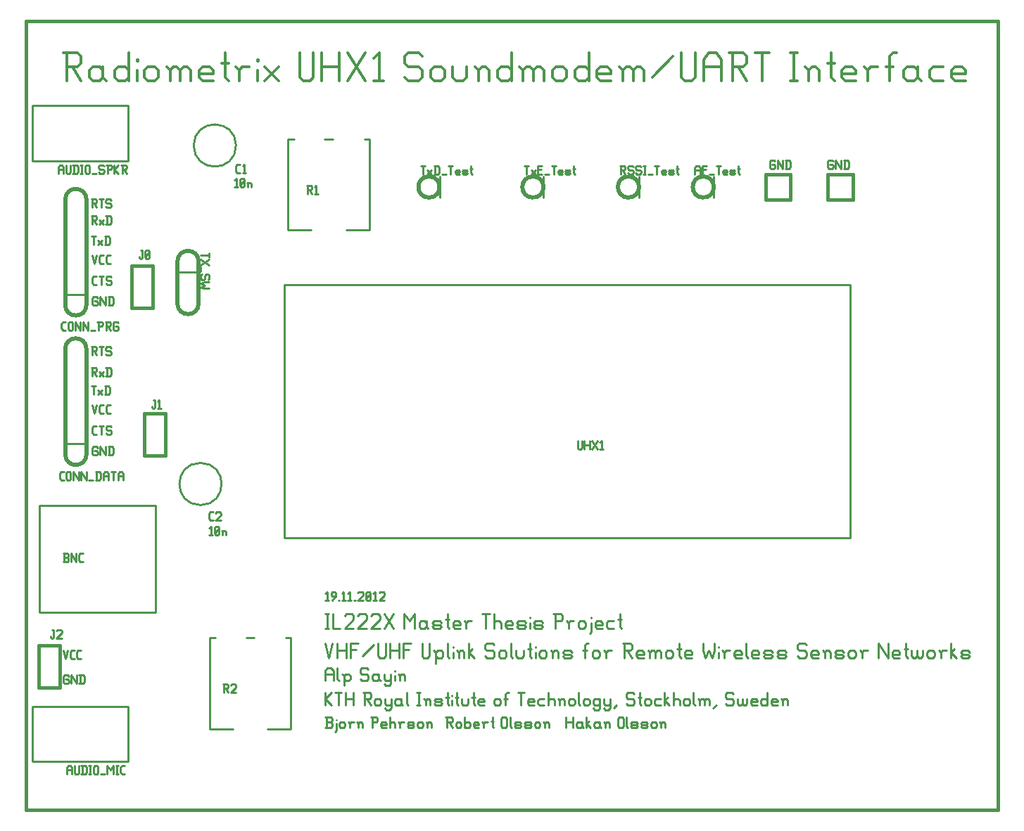
<source format=gbr>
G04 start of page 13 for group -4079 idx -4079 *
G04 Title: uhx1_board, topsilk *
G04 Creator: pcb 20110918 *
G04 CreationDate: Sat 25 May 2013 03:30:16 PM GMT UTC *
G04 For: alpsayin *
G04 Format: Gerber/RS-274X *
G04 PCB-Dimensions: 472441 385827 *
G04 PCB-Coordinate-Origin: lower left *
%MOIN*%
%FSLAX25Y25*%
%LNTOPSILK*%
%ADD172C,0.0200*%
%ADD171C,0.0165*%
%ADD170C,0.0132*%
%ADD169C,0.0100*%
%ADD168C,0.0150*%
G54D168*X397536Y307107D02*Y295299D01*
X385728D01*
Y307107D01*
X397536D02*X385728D01*
X356208D02*Y295299D01*
X368016D01*
Y307107D01*
X356208D01*
X5904Y379923D02*Y6003D01*
X466416D01*
Y379923D01*
X5904D01*
G54D169*X360176Y313979D02*X360676Y313479D01*
X358676Y313979D02*X360176D01*
X358176Y313479D02*X358676Y313979D01*
X358176Y313479D02*Y310479D01*
X358676Y309979D01*
X360176D01*
X360676Y310479D01*
Y311479D02*Y310479D01*
X360176Y311979D02*X360676Y311479D01*
X359176Y311979D02*X360176D01*
X361876Y313979D02*Y309979D01*
Y313979D02*X364376Y309979D01*
Y313979D02*Y309979D01*
X366076Y313979D02*Y309979D01*
X367376Y313979D02*X368076Y313279D01*
Y310679D01*
X367376Y309979D02*X368076Y310679D01*
X365576Y309979D02*X367376D01*
X365576Y313979D02*X367376D01*
X387728D02*X388228Y313479D01*
X386228Y313979D02*X387728D01*
X385728Y313479D02*X386228Y313979D01*
X385728Y313479D02*Y310479D01*
X386228Y309979D01*
X387728D01*
X388228Y310479D01*
Y311479D02*Y310479D01*
X387728Y311979D02*X388228Y311479D01*
X386728Y311979D02*X387728D01*
X389428Y313979D02*Y309979D01*
Y313979D02*X391928Y309979D01*
Y313979D02*Y309979D01*
X393628Y313979D02*Y309979D01*
X394928Y313979D02*X395628Y313279D01*
Y310679D01*
X394928Y309979D02*X395628Y310679D01*
X393128Y309979D02*X394928D01*
X393128Y313979D02*X394928D01*
G54D170*X23616Y364815D02*X30216D01*
X31866Y363165D01*
Y359865D01*
X30216Y358215D02*X31866Y359865D01*
X25266Y358215D02*X30216D01*
X25266Y364815D02*Y351615D01*
X27906Y358215D02*X31866Y351615D01*
X40776Y358215D02*X42426Y356565D01*
X37476Y358215D02*X40776D01*
X35826Y356565D02*X37476Y358215D01*
X35826Y356565D02*Y353265D01*
X37476Y351615D01*
X42426Y358215D02*Y353265D01*
X44076Y351615D01*
X37476D02*X40776D01*
X42426Y353265D01*
X54636Y364815D02*Y351615D01*
X52986D02*X54636Y353265D01*
X49686Y351615D02*X52986D01*
X48036Y353265D02*X49686Y351615D01*
X48036Y356565D02*Y353265D01*
Y356565D02*X49686Y358215D01*
X52986D01*
X54636Y356565D01*
G54D171*X58596Y361515D02*Y361185D01*
G54D170*Y356565D02*Y351615D01*
X61896Y356565D02*Y353265D01*
Y356565D02*X63546Y358215D01*
X66846D01*
X68496Y356565D01*
Y353265D01*
X66846Y351615D02*X68496Y353265D01*
X63546Y351615D02*X66846D01*
X61896Y353265D02*X63546Y351615D01*
X74106Y356565D02*Y351615D01*
Y356565D02*X75756Y358215D01*
X77406D01*
X79056Y356565D01*
Y351615D01*
Y356565D02*X80706Y358215D01*
X82356D01*
X84006Y356565D01*
Y351615D01*
X72456Y358215D02*X74106Y356565D01*
X89616Y351615D02*X94566D01*
X87966Y353265D02*X89616Y351615D01*
X87966Y356565D02*Y353265D01*
Y356565D02*X89616Y358215D01*
X92916D01*
X94566Y356565D01*
X87966Y354915D02*X94566D01*
Y356565D02*Y354915D01*
X100176Y364815D02*Y353265D01*
X101826Y351615D01*
X98526Y359865D02*X101826D01*
X106776Y356565D02*Y351615D01*
Y356565D02*X108426Y358215D01*
X111726D01*
X105126D02*X106776Y356565D01*
G54D171*X115686Y361515D02*Y361185D01*
G54D170*Y356565D02*Y351615D01*
X118986Y358215D02*X125586Y351615D01*
X118986D02*X125586Y358215D01*
X135486Y364815D02*Y353265D01*
X137136Y351615D01*
X140436D01*
X142086Y353265D01*
Y364815D02*Y353265D01*
X146046Y364815D02*Y351615D01*
X154296Y364815D02*Y351615D01*
X146046Y358215D02*X154296D01*
X158256Y351615D02*X166506Y364815D01*
X158256D02*X166506Y351615D01*
X170466Y362175D02*X173106Y364815D01*
Y351615D01*
X170466D02*X175416D01*
X191916Y364815D02*X193566Y363165D01*
X186966Y364815D02*X191916D01*
X185316Y363165D02*X186966Y364815D01*
X185316Y363165D02*Y359865D01*
X186966Y358215D01*
X191916D01*
X193566Y356565D01*
Y353265D01*
X191916Y351615D02*X193566Y353265D01*
X186966Y351615D02*X191916D01*
X185316Y353265D02*X186966Y351615D01*
X197526Y356565D02*Y353265D01*
Y356565D02*X199176Y358215D01*
X202476D01*
X204126Y356565D01*
Y353265D01*
X202476Y351615D02*X204126Y353265D01*
X199176Y351615D02*X202476D01*
X197526Y353265D02*X199176Y351615D01*
X208086Y358215D02*Y353265D01*
X209736Y351615D01*
X213036D01*
X214686Y353265D01*
Y358215D02*Y353265D01*
X220296Y356565D02*Y351615D01*
Y356565D02*X221946Y358215D01*
X223596D01*
X225246Y356565D01*
Y351615D01*
X218646Y358215D02*X220296Y356565D01*
X235806Y364815D02*Y351615D01*
X234156D02*X235806Y353265D01*
X230856Y351615D02*X234156D01*
X229206Y353265D02*X230856Y351615D01*
X229206Y356565D02*Y353265D01*
Y356565D02*X230856Y358215D01*
X234156D01*
X235806Y356565D01*
X241416D02*Y351615D01*
Y356565D02*X243066Y358215D01*
X244716D01*
X246366Y356565D01*
Y351615D01*
Y356565D02*X248016Y358215D01*
X249666D01*
X251316Y356565D01*
Y351615D01*
X239766Y358215D02*X241416Y356565D01*
X255276D02*Y353265D01*
Y356565D02*X256926Y358215D01*
X260226D01*
X261876Y356565D01*
Y353265D01*
X260226Y351615D02*X261876Y353265D01*
X256926Y351615D02*X260226D01*
X255276Y353265D02*X256926Y351615D01*
X272436Y364815D02*Y351615D01*
X270786D02*X272436Y353265D01*
X267486Y351615D02*X270786D01*
X265836Y353265D02*X267486Y351615D01*
X265836Y356565D02*Y353265D01*
Y356565D02*X267486Y358215D01*
X270786D01*
X272436Y356565D01*
X278046Y351615D02*X282996D01*
X276396Y353265D02*X278046Y351615D01*
X276396Y356565D02*Y353265D01*
Y356565D02*X278046Y358215D01*
X281346D01*
X282996Y356565D01*
X276396Y354915D02*X282996D01*
Y356565D02*Y354915D01*
X288606Y356565D02*Y351615D01*
Y356565D02*X290256Y358215D01*
X291906D01*
X293556Y356565D01*
Y351615D01*
Y356565D02*X295206Y358215D01*
X296856D01*
X298506Y356565D01*
Y351615D01*
X286956Y358215D02*X288606Y356565D01*
X302466Y353265D02*X312366Y363165D01*
X316326Y364815D02*Y353265D01*
X317976Y351615D01*
X321276D01*
X322926Y353265D01*
Y364815D02*Y353265D01*
X326886Y361515D02*Y351615D01*
Y361515D02*X329196Y364815D01*
X332826D01*
X335136Y361515D01*
Y351615D01*
X326886Y358215D02*X335136D01*
X339096Y364815D02*X345696D01*
X347346Y363165D01*
Y359865D01*
X345696Y358215D02*X347346Y359865D01*
X340746Y358215D02*X345696D01*
X340746Y364815D02*Y351615D01*
X343386Y358215D02*X347346Y351615D01*
X351306Y364815D02*X357906D01*
X354606D02*Y351615D01*
X367806Y364815D02*X371106D01*
X369456D02*Y351615D01*
X367806D02*X371106D01*
X376716Y356565D02*Y351615D01*
Y356565D02*X378366Y358215D01*
X380016D01*
X381666Y356565D01*
Y351615D01*
X375066Y358215D02*X376716Y356565D01*
X387276Y364815D02*Y353265D01*
X388926Y351615D01*
X385626Y359865D02*X388926D01*
X393876Y351615D02*X398826D01*
X392226Y353265D02*X393876Y351615D01*
X392226Y356565D02*Y353265D01*
Y356565D02*X393876Y358215D01*
X397176D01*
X398826Y356565D01*
X392226Y354915D02*X398826D01*
Y356565D02*Y354915D01*
X404436Y356565D02*Y351615D01*
Y356565D02*X406086Y358215D01*
X409386D01*
X402786D02*X404436Y356565D01*
X414996Y363165D02*Y351615D01*
Y363165D02*X416646Y364815D01*
X418296D01*
X413346Y358215D02*X416646D01*
X426546D02*X428196Y356565D01*
X423246Y358215D02*X426546D01*
X421596Y356565D02*X423246Y358215D01*
X421596Y356565D02*Y353265D01*
X423246Y351615D01*
X428196Y358215D02*Y353265D01*
X429846Y351615D01*
X423246D02*X426546D01*
X428196Y353265D01*
X435456Y358215D02*X440406D01*
X433806Y356565D02*X435456Y358215D01*
X433806Y356565D02*Y353265D01*
X435456Y351615D01*
X440406D01*
X446016D02*X450966D01*
X444366Y353265D02*X446016Y351615D01*
X444366Y356565D02*Y353265D01*
Y356565D02*X446016Y358215D01*
X449316D01*
X450966Y356565D01*
X444366Y354915D02*X450966D01*
Y356565D02*Y354915D01*
G54D169*X39392Y178187D02*X39892Y177687D01*
X37892Y178187D02*X39392D01*
X37392Y177687D02*X37892Y178187D01*
X37392Y177687D02*Y174687D01*
X37892Y174187D01*
X39392D01*
X39892Y174687D01*
Y175687D02*Y174687D01*
X39392Y176187D02*X39892Y175687D01*
X38392Y176187D02*X39392D01*
X41092Y178187D02*Y174187D01*
Y178187D02*X43592Y174187D01*
Y178187D02*Y174187D01*
X45292Y178187D02*Y174187D01*
X46592Y178187D02*X47292Y177487D01*
Y174887D01*
X46592Y174187D02*X47292Y174887D01*
X44792Y174187D02*X46592D01*
X44792Y178187D02*X46592D01*
X38092Y184027D02*X39392D01*
X37392Y184727D02*X38092Y184027D01*
X37392Y187327D02*Y184727D01*
Y187327D02*X38092Y188027D01*
X39392D01*
X40592D02*X42592D01*
X41592D02*Y184027D01*
X45792Y188027D02*X46292Y187527D01*
X44292Y188027D02*X45792D01*
X43792Y187527D02*X44292Y188027D01*
X43792Y187527D02*Y186527D01*
X44292Y186027D01*
X45792D01*
X46292Y185527D01*
Y184527D01*
X45792Y184027D02*X46292Y184527D01*
X44292Y184027D02*X45792D01*
X43792Y184527D02*X44292Y184027D01*
X37392Y197867D02*X38392Y193867D01*
X39392Y197867D01*
X41292Y193867D02*X42592D01*
X40592Y194567D02*X41292Y193867D01*
X40592Y197167D02*Y194567D01*
Y197167D02*X41292Y197867D01*
X42592D01*
X44492Y193867D02*X45792D01*
X43792Y194567D02*X44492Y193867D01*
X43792Y197167D02*Y194567D01*
Y197167D02*X44492Y197867D01*
X45792D01*
X36776Y206707D02*X38776D01*
X37776D02*Y202707D01*
X39976Y204707D02*X41976Y202707D01*
X39976D02*X41976Y204707D01*
X43676Y206707D02*Y202707D01*
X44976Y206707D02*X45676Y206007D01*
Y203407D01*
X44976Y202707D02*X45676Y203407D01*
X43176Y202707D02*X44976D01*
X43176Y206707D02*X44976D01*
X36776Y215547D02*X38776D01*
X39276Y215047D01*
Y214047D01*
X38776Y213547D02*X39276Y214047D01*
X37276Y213547D02*X38776D01*
X37276Y215547D02*Y211547D01*
X38076Y213547D02*X39276Y211547D01*
X40476Y213547D02*X42476Y211547D01*
X40476D02*X42476Y213547D01*
X44176Y215547D02*Y211547D01*
X45476Y215547D02*X46176Y214847D01*
Y212247D01*
X45476Y211547D02*X46176Y212247D01*
X43676Y211547D02*X45476D01*
X43676Y215547D02*X45476D01*
X36808Y225419D02*X38808D01*
X39308Y224919D01*
Y223919D01*
X38808Y223419D02*X39308Y223919D01*
X37308Y223419D02*X38808D01*
X37308Y225419D02*Y221419D01*
X38108Y223419D02*X39308Y221419D01*
X40508Y225419D02*X42508D01*
X41508D02*Y221419D01*
X45708Y225419D02*X46208Y224919D01*
X44208Y225419D02*X45708D01*
X43708Y224919D02*X44208Y225419D01*
X43708Y224919D02*Y223919D01*
X44208Y223419D01*
X45708D01*
X46208Y222919D01*
Y221919D01*
X45708Y221419D02*X46208Y221919D01*
X44208Y221419D02*X45708D01*
X43708Y221919D02*X44208Y221419D01*
X39392Y249187D02*X39892Y248687D01*
X37892Y249187D02*X39392D01*
X37392Y248687D02*X37892Y249187D01*
X37392Y248687D02*Y245687D01*
X37892Y245187D01*
X39392D01*
X39892Y245687D01*
Y246687D02*Y245687D01*
X39392Y247187D02*X39892Y246687D01*
X38392Y247187D02*X39392D01*
X41092Y249187D02*Y245187D01*
Y249187D02*X43592Y245187D01*
Y249187D02*Y245187D01*
X45292Y249187D02*Y245187D01*
X46592Y249187D02*X47292Y248487D01*
Y245887D01*
X46592Y245187D02*X47292Y245887D01*
X44792Y245187D02*X46592D01*
X44792Y249187D02*X46592D01*
X38092Y255027D02*X39392D01*
X37392Y255727D02*X38092Y255027D01*
X37392Y258327D02*Y255727D01*
Y258327D02*X38092Y259027D01*
X39392D01*
X40592D02*X42592D01*
X41592D02*Y255027D01*
X45792Y259027D02*X46292Y258527D01*
X44292Y259027D02*X45792D01*
X43792Y258527D02*X44292Y259027D01*
X43792Y258527D02*Y257527D01*
X44292Y257027D01*
X45792D01*
X46292Y256527D01*
Y255527D01*
X45792Y255027D02*X46292Y255527D01*
X44292Y255027D02*X45792D01*
X43792Y255527D02*X44292Y255027D01*
X37392Y268867D02*X38392Y264867D01*
X39392Y268867D01*
X41292Y264867D02*X42592D01*
X40592Y265567D02*X41292Y264867D01*
X40592Y268167D02*Y265567D01*
Y268167D02*X41292Y268867D01*
X42592D01*
X44492Y264867D02*X45792D01*
X43792Y265567D02*X44492Y264867D01*
X43792Y268167D02*Y265567D01*
Y268167D02*X44492Y268867D01*
X45792D01*
X36776Y277707D02*X38776D01*
X37776D02*Y273707D01*
X39976Y275707D02*X41976Y273707D01*
X39976D02*X41976Y275707D01*
X43676Y277707D02*Y273707D01*
X44976Y277707D02*X45676Y277007D01*
Y274407D01*
X44976Y273707D02*X45676Y274407D01*
X43176Y273707D02*X44976D01*
X43176Y277707D02*X44976D01*
X36776Y287547D02*X38776D01*
X39276Y287047D01*
Y286047D01*
X38776Y285547D02*X39276Y286047D01*
X37276Y285547D02*X38776D01*
X37276Y287547D02*Y283547D01*
X38076Y285547D02*X39276Y283547D01*
X40476Y285547D02*X42476Y283547D01*
X40476D02*X42476Y285547D01*
X44176Y287547D02*Y283547D01*
X45476Y287547D02*X46176Y286847D01*
Y284247D01*
X45476Y283547D02*X46176Y284247D01*
X43676Y283547D02*X45476D01*
X43676Y287547D02*X45476D01*
X36808Y295419D02*X38808D01*
X39308Y294919D01*
Y293919D01*
X38808Y293419D02*X39308Y293919D01*
X37308Y293419D02*X38808D01*
X37308Y295419D02*Y291419D01*
X38108Y293419D02*X39308Y291419D01*
X40508Y295419D02*X42508D01*
X41508D02*Y291419D01*
X45708Y295419D02*X46208Y294919D01*
X44208Y295419D02*X45708D01*
X43708Y294919D02*X44208Y295419D01*
X43708Y294919D02*Y293919D01*
X44208Y293419D01*
X45708D01*
X46208Y292919D01*
Y291919D01*
X45708Y291419D02*X46208Y291919D01*
X44208Y291419D02*X45708D01*
X43708Y291919D02*X44208Y291419D01*
X104661Y304415D02*X105461Y305215D01*
Y301215D01*
X104661D02*X106161D01*
X107361Y301715D02*X107861Y301215D01*
X107361Y304715D02*Y301715D01*
Y304715D02*X107861Y305215D01*
X108861D01*
X109361Y304715D01*
Y301715D01*
X108861Y301215D02*X109361Y301715D01*
X107861Y301215D02*X108861D01*
X107361Y302215D02*X109361Y304215D01*
X111061Y302715D02*Y301215D01*
Y302715D02*X111561Y303215D01*
X112061D01*
X112561Y302715D01*
Y301215D01*
X110561Y303215D02*X111061Y302715D01*
X147600Y108417D02*X148440Y109257D01*
Y105057D01*
X147600D02*X149175D01*
X150960D02*X152535Y107157D01*
Y108732D02*Y107157D01*
X152010Y109257D02*X152535Y108732D01*
X150960Y109257D02*X152010D01*
X150435Y108732D02*X150960Y109257D01*
X150435Y108732D02*Y107682D01*
X150960Y107157D01*
X152535D01*
X153795Y105057D02*X154320D01*
X155580Y108417D02*X156420Y109257D01*
Y105057D01*
X155580D02*X157155D01*
X158415Y108417D02*X159255Y109257D01*
Y105057D01*
X158415D02*X159990D01*
X161250D02*X161775D01*
X163035Y108732D02*X163560Y109257D01*
X165135D01*
X165660Y108732D01*
Y107682D01*
X163035Y105057D02*X165660Y107682D01*
X163035Y105057D02*X165660D01*
X166920Y105582D02*X167445Y105057D01*
X166920Y108732D02*Y105582D01*
Y108732D02*X167445Y109257D01*
X168495D01*
X169020Y108732D01*
Y105582D01*
X168495Y105057D02*X169020Y105582D01*
X167445Y105057D02*X168495D01*
X166920Y106107D02*X169020Y108207D01*
X170280Y108417D02*X171120Y109257D01*
Y105057D01*
X170280D02*X171855D01*
X173115Y108732D02*X173640Y109257D01*
X175215D01*
X175740Y108732D01*
Y107682D01*
X173115Y105057D02*X175740Y107682D01*
X173115Y105057D02*X175740D01*
X147600Y44767D02*X150200D01*
X150850Y45417D01*
Y46977D02*Y45417D01*
X150200Y47627D02*X150850Y46977D01*
X148250Y47627D02*X150200D01*
X148250Y49967D02*Y44767D01*
X147600Y49967D02*X150200D01*
X150850Y49317D01*
Y48277D01*
X150200Y47627D02*X150850Y48277D01*
X153060Y48667D02*Y48537D01*
Y46717D02*Y43467D01*
X152410Y42817D02*X153060Y43467D01*
X154360Y46717D02*Y45417D01*
Y46717D02*X155010Y47367D01*
X156310D01*
X156960Y46717D01*
Y45417D01*
X156310Y44767D02*X156960Y45417D01*
X155010Y44767D02*X156310D01*
X154360Y45417D02*X155010Y44767D01*
X159170Y46717D02*Y44767D01*
Y46717D02*X159820Y47367D01*
X161120D01*
X158520D02*X159170Y46717D01*
X163330D02*Y44767D01*
Y46717D02*X163980Y47367D01*
X164630D01*
X165280Y46717D01*
Y44767D01*
X162680Y47367D02*X163330Y46717D01*
X169830Y49967D02*Y44767D01*
X169180Y49967D02*X171780D01*
X172430Y49317D01*
Y48017D01*
X171780Y47367D02*X172430Y48017D01*
X169830Y47367D02*X171780D01*
X174640Y44767D02*X176590D01*
X173990Y45417D02*X174640Y44767D01*
X173990Y46717D02*Y45417D01*
Y46717D02*X174640Y47367D01*
X175940D01*
X176590Y46717D01*
X173990Y46067D02*X176590D01*
Y46717D02*Y46067D01*
X178150Y49967D02*Y44767D01*
Y46717D02*X178800Y47367D01*
X180100D01*
X180750Y46717D01*
Y44767D01*
X182960Y46717D02*Y44767D01*
Y46717D02*X183610Y47367D01*
X184910D01*
X182310D02*X182960Y46717D01*
X187120Y44767D02*X189070D01*
X189720Y45417D01*
X189070Y46067D02*X189720Y45417D01*
X187120Y46067D02*X189070D01*
X186470Y46717D02*X187120Y46067D01*
X186470Y46717D02*X187120Y47367D01*
X189070D01*
X189720Y46717D01*
X186470Y45417D02*X187120Y44767D01*
X191280Y46717D02*Y45417D01*
Y46717D02*X191930Y47367D01*
X193230D01*
X193880Y46717D01*
Y45417D01*
X193230Y44767D02*X193880Y45417D01*
X191930Y44767D02*X193230D01*
X191280Y45417D02*X191930Y44767D01*
X196090Y46717D02*Y44767D01*
Y46717D02*X196740Y47367D01*
X197390D01*
X198040Y46717D01*
Y44767D01*
X195440Y47367D02*X196090Y46717D01*
X204672Y49967D02*X207272D01*
X207922Y49317D01*
Y48017D01*
X207272Y47367D02*X207922Y48017D01*
X205322Y47367D02*X207272D01*
X205322Y49967D02*Y44767D01*
X206362Y47367D02*X207922Y44767D01*
X209482Y46717D02*Y45417D01*
Y46717D02*X210132Y47367D01*
X211432D01*
X212082Y46717D01*
Y45417D01*
X211432Y44767D02*X212082Y45417D01*
X210132Y44767D02*X211432D01*
X209482Y45417D02*X210132Y44767D01*
X213642Y49967D02*Y44767D01*
Y45417D02*X214292Y44767D01*
X215592D01*
X216242Y45417D01*
Y46717D02*Y45417D01*
X215592Y47367D02*X216242Y46717D01*
X214292Y47367D02*X215592D01*
X213642Y46717D02*X214292Y47367D01*
X218452Y44767D02*X220402D01*
X217802Y45417D02*X218452Y44767D01*
X217802Y46717D02*Y45417D01*
Y46717D02*X218452Y47367D01*
X219752D01*
X220402Y46717D01*
X217802Y46067D02*X220402D01*
Y46717D02*Y46067D01*
X222612Y46717D02*Y44767D01*
Y46717D02*X223262Y47367D01*
X224562D01*
X221962D02*X222612Y46717D01*
X226772Y49967D02*Y45417D01*
X227422Y44767D01*
X226122Y48017D02*X227422D01*
X231062Y49317D02*Y45417D01*
Y49317D02*X231712Y49967D01*
X233012D01*
X233662Y49317D01*
Y45417D01*
X233012Y44767D02*X233662Y45417D01*
X231712Y44767D02*X233012D01*
X231062Y45417D02*X231712Y44767D01*
X235222Y49967D02*Y45417D01*
X235872Y44767D01*
X237822D02*X239772D01*
X240422Y45417D01*
X239772Y46067D02*X240422Y45417D01*
X237822Y46067D02*X239772D01*
X237172Y46717D02*X237822Y46067D01*
X237172Y46717D02*X237822Y47367D01*
X239772D01*
X240422Y46717D01*
X237172Y45417D02*X237822Y44767D01*
X242632D02*X244582D01*
X245232Y45417D01*
X244582Y46067D02*X245232Y45417D01*
X242632Y46067D02*X244582D01*
X241982Y46717D02*X242632Y46067D01*
X241982Y46717D02*X242632Y47367D01*
X244582D01*
X245232Y46717D01*
X241982Y45417D02*X242632Y44767D01*
X246792Y46717D02*Y45417D01*
Y46717D02*X247442Y47367D01*
X248742D01*
X249392Y46717D01*
Y45417D01*
X248742Y44767D02*X249392Y45417D01*
X247442Y44767D02*X248742D01*
X246792Y45417D02*X247442Y44767D01*
X251602Y46717D02*Y44767D01*
Y46717D02*X252252Y47367D01*
X252902D01*
X253552Y46717D01*
Y44767D01*
X250952Y47367D02*X251602Y46717D01*
X147600Y98767D02*X149300D01*
X148450D02*Y91967D01*
X147600D02*X149300D01*
X151340Y98767D02*Y91967D01*
X154740D01*
X156780Y97917D02*X157630Y98767D01*
X160180D01*
X161030Y97917D01*
Y96217D01*
X156780Y91967D02*X161030Y96217D01*
X156780Y91967D02*X161030D01*
X163070Y97917D02*X163920Y98767D01*
X166470D01*
X167320Y97917D01*
Y96217D01*
X163070Y91967D02*X167320Y96217D01*
X163070Y91967D02*X167320D01*
X169360Y97917D02*X170210Y98767D01*
X172760D01*
X173610Y97917D01*
Y96217D01*
X169360Y91967D02*X173610Y96217D01*
X169360Y91967D02*X173610D01*
X175650D02*X179900Y98767D01*
X175650D02*X179900Y91967D01*
X185000Y98767D02*Y91967D01*
Y98767D02*X187550Y95367D01*
X190100Y98767D01*
Y91967D01*
X194690Y95367D02*X195540Y94517D01*
X192990Y95367D02*X194690D01*
X192140Y94517D02*X192990Y95367D01*
X192140Y94517D02*Y92817D01*
X192990Y91967D01*
X195540Y95367D02*Y92817D01*
X196390Y91967D01*
X192990D02*X194690D01*
X195540Y92817D01*
X199280Y91967D02*X201830D01*
X202680Y92817D01*
X201830Y93667D02*X202680Y92817D01*
X199280Y93667D02*X201830D01*
X198430Y94517D02*X199280Y93667D01*
X198430Y94517D02*X199280Y95367D01*
X201830D01*
X202680Y94517D01*
X198430Y92817D02*X199280Y91967D01*
X205570Y98767D02*Y92817D01*
X206420Y91967D01*
X204720Y96217D02*X206420D01*
X208970Y91967D02*X211520D01*
X208120Y92817D02*X208970Y91967D01*
X208120Y94517D02*Y92817D01*
Y94517D02*X208970Y95367D01*
X210670D01*
X211520Y94517D01*
X208120Y93667D02*X211520D01*
Y94517D02*Y93667D01*
X214410Y94517D02*Y91967D01*
Y94517D02*X215260Y95367D01*
X216960D01*
X213560D02*X214410Y94517D01*
X222060Y98767D02*X225460D01*
X223760D02*Y91967D01*
X227500Y98767D02*Y91967D01*
Y94517D02*X228350Y95367D01*
X230050D01*
X230900Y94517D01*
Y91967D01*
X233790D02*X236340D01*
X232940Y92817D02*X233790Y91967D01*
X232940Y94517D02*Y92817D01*
Y94517D02*X233790Y95367D01*
X235490D01*
X236340Y94517D01*
X232940Y93667D02*X236340D01*
Y94517D02*Y93667D01*
X239230Y91967D02*X241780D01*
X242630Y92817D01*
X241780Y93667D02*X242630Y92817D01*
X239230Y93667D02*X241780D01*
X238380Y94517D02*X239230Y93667D01*
X238380Y94517D02*X239230Y95367D01*
X241780D01*
X242630Y94517D01*
X238380Y92817D02*X239230Y91967D01*
X244670Y97067D02*Y96897D01*
Y94517D02*Y91967D01*
X247220D02*X249770D01*
X250620Y92817D01*
X249770Y93667D02*X250620Y92817D01*
X247220Y93667D02*X249770D01*
X246370Y94517D02*X247220Y93667D01*
X246370Y94517D02*X247220Y95367D01*
X249770D01*
X250620Y94517D01*
X246370Y92817D02*X247220Y91967D01*
X256570Y98767D02*Y91967D01*
X255720Y98767D02*X259120D01*
X259970Y97917D01*
Y96217D01*
X259120Y95367D02*X259970Y96217D01*
X256570Y95367D02*X259120D01*
X262860Y94517D02*Y91967D01*
Y94517D02*X263710Y95367D01*
X265410D01*
X262010D02*X262860Y94517D01*
X267450D02*Y92817D01*
Y94517D02*X268300Y95367D01*
X270000D01*
X270850Y94517D01*
Y92817D01*
X270000Y91967D02*X270850Y92817D01*
X268300Y91967D02*X270000D01*
X267450Y92817D02*X268300Y91967D01*
X273740Y97067D02*Y96897D01*
Y94517D02*Y90267D01*
X272890Y89417D02*X273740Y90267D01*
X276290Y91967D02*X278840D01*
X275440Y92817D02*X276290Y91967D01*
X275440Y94517D02*Y92817D01*
Y94517D02*X276290Y95367D01*
X277990D01*
X278840Y94517D01*
X275440Y93667D02*X278840D01*
Y94517D02*Y93667D01*
X281730Y95367D02*X284280D01*
X280880Y94517D02*X281730Y95367D01*
X280880Y94517D02*Y92817D01*
X281730Y91967D01*
X284280D01*
X287170Y98767D02*Y92817D01*
X288020Y91967D01*
X286320Y96217D02*X288020D01*
X147600Y71783D02*Y67133D01*
Y71783D02*X148685Y73333D01*
X150390D01*
X151475Y71783D01*
Y67133D01*
X147600Y70233D02*X151475D01*
X153335Y73333D02*Y67908D01*
X154110Y67133D01*
X156435Y69458D02*Y64808D01*
X155660Y70233D02*X156435Y69458D01*
X157210Y70233D01*
X158760D01*
X159535Y69458D01*
Y67908D01*
X158760Y67133D02*X159535Y67908D01*
X157210Y67133D02*X158760D01*
X156435Y67908D02*X157210Y67133D01*
X167285Y73333D02*X168060Y72558D01*
X164960Y73333D02*X167285D01*
X164185Y72558D02*X164960Y73333D01*
X164185Y72558D02*Y71008D01*
X164960Y70233D01*
X167285D01*
X168060Y69458D01*
Y67908D01*
X167285Y67133D02*X168060Y67908D01*
X164960Y67133D02*X167285D01*
X164185Y67908D02*X164960Y67133D01*
X172245Y70233D02*X173020Y69458D01*
X170695Y70233D02*X172245D01*
X169920Y69458D02*X170695Y70233D01*
X169920Y69458D02*Y67908D01*
X170695Y67133D01*
X173020Y70233D02*Y67908D01*
X173795Y67133D01*
X170695D02*X172245D01*
X173020Y67908D01*
X175655Y70233D02*Y67908D01*
X176430Y67133D01*
X178755Y70233D02*Y65583D01*
X177980Y64808D02*X178755Y65583D01*
X176430Y64808D02*X177980D01*
X175655Y65583D02*X176430Y64808D01*
Y67133D02*X177980D01*
X178755Y67908D01*
X180615Y71783D02*Y71628D01*
Y69458D02*Y67133D01*
X182940Y69458D02*Y67133D01*
Y69458D02*X183715Y70233D01*
X184490D01*
X185265Y69458D01*
Y67133D01*
X182165Y70233D02*X182940Y69458D01*
X261744Y49967D02*Y44767D01*
X264994Y49967D02*Y44767D01*
X261744Y47367D02*X264994D01*
X268504D02*X269154Y46717D01*
X267204Y47367D02*X268504D01*
X266554Y46717D02*X267204Y47367D01*
X266554Y46717D02*Y45417D01*
X267204Y44767D01*
X269154Y47367D02*Y45417D01*
X269804Y44767D01*
X267204D02*X268504D01*
X269154Y45417D01*
X271364Y49967D02*Y44767D01*
Y46717D02*X273314Y44767D01*
X271364Y46717D02*X272664Y48017D01*
X276824Y47367D02*X277474Y46717D01*
X275524Y47367D02*X276824D01*
X274874Y46717D02*X275524Y47367D01*
X274874Y46717D02*Y45417D01*
X275524Y44767D01*
X277474Y47367D02*Y45417D01*
X278124Y44767D01*
X275524D02*X276824D01*
X277474Y45417D01*
X280334Y46717D02*Y44767D01*
Y46717D02*X280984Y47367D01*
X281634D01*
X282284Y46717D01*
Y44767D01*
X279684Y47367D02*X280334Y46717D01*
X286184Y49317D02*Y45417D01*
Y49317D02*X286834Y49967D01*
X288134D01*
X288784Y49317D01*
Y45417D01*
X288134Y44767D02*X288784Y45417D01*
X286834Y44767D02*X288134D01*
X286184Y45417D02*X286834Y44767D01*
X290344Y49967D02*Y45417D01*
X290994Y44767D01*
X292944D02*X294894D01*
X295544Y45417D01*
X294894Y46067D02*X295544Y45417D01*
X292944Y46067D02*X294894D01*
X292294Y46717D02*X292944Y46067D01*
X292294Y46717D02*X292944Y47367D01*
X294894D01*
X295544Y46717D01*
X292294Y45417D02*X292944Y44767D01*
X297754D02*X299704D01*
X300354Y45417D01*
X299704Y46067D02*X300354Y45417D01*
X297754Y46067D02*X299704D01*
X297104Y46717D02*X297754Y46067D01*
X297104Y46717D02*X297754Y47367D01*
X299704D01*
X300354Y46717D01*
X297104Y45417D02*X297754Y44767D01*
X301914Y46717D02*Y45417D01*
Y46717D02*X302564Y47367D01*
X303864D01*
X304514Y46717D01*
Y45417D01*
X303864Y44767D02*X304514Y45417D01*
X302564Y44767D02*X303864D01*
X301914Y45417D02*X302564Y44767D01*
X306724Y46717D02*Y44767D01*
Y46717D02*X307374Y47367D01*
X308024D01*
X308674Y46717D01*
Y44767D01*
X306074Y47367D02*X306724Y46717D01*
X147600Y84941D02*X149350Y77941D01*
X151100Y84941D01*
X153200D02*Y77941D01*
X157575Y84941D02*Y77941D01*
X153200Y81441D02*X157575D01*
X159675Y84941D02*Y77941D01*
Y84941D02*X163175D01*
X159675Y81791D02*X162300D01*
X165275Y78816D02*X170525Y84066D01*
X172625Y84941D02*Y78816D01*
X173500Y77941D01*
X175250D01*
X176125Y78816D01*
Y84941D02*Y78816D01*
X178225Y84941D02*Y77941D01*
X182600Y84941D02*Y77941D01*
X178225Y81441D02*X182600D01*
X184700Y84941D02*Y77941D01*
Y84941D02*X188200D01*
X184700Y81791D02*X187325D01*
X193450Y84941D02*Y78816D01*
X194325Y77941D01*
X196075D01*
X196950Y78816D01*
Y84941D02*Y78816D01*
X199925Y80566D02*Y75316D01*
X199050Y81441D02*X199925Y80566D01*
X200800Y81441D01*
X202550D01*
X203425Y80566D01*
Y78816D01*
X202550Y77941D02*X203425Y78816D01*
X200800Y77941D02*X202550D01*
X199925Y78816D02*X200800Y77941D01*
X205525Y84941D02*Y78816D01*
X206400Y77941D01*
X208150Y83191D02*Y83016D01*
Y80566D02*Y77941D01*
X210775Y80566D02*Y77941D01*
Y80566D02*X211650Y81441D01*
X212525D01*
X213400Y80566D01*
Y77941D01*
X209900Y81441D02*X210775Y80566D01*
X215500Y84941D02*Y77941D01*
Y80566D02*X218125Y77941D01*
X215500Y80566D02*X217250Y82316D01*
X226875Y84941D02*X227750Y84066D01*
X224250Y84941D02*X226875D01*
X223375Y84066D02*X224250Y84941D01*
X223375Y84066D02*Y82316D01*
X224250Y81441D01*
X226875D01*
X227750Y80566D01*
Y78816D01*
X226875Y77941D02*X227750Y78816D01*
X224250Y77941D02*X226875D01*
X223375Y78816D02*X224250Y77941D01*
X229850Y80566D02*Y78816D01*
Y80566D02*X230725Y81441D01*
X232475D01*
X233350Y80566D01*
Y78816D01*
X232475Y77941D02*X233350Y78816D01*
X230725Y77941D02*X232475D01*
X229850Y78816D02*X230725Y77941D01*
X235450Y84941D02*Y78816D01*
X236325Y77941D01*
X238075Y81441D02*Y78816D01*
X238950Y77941D01*
X240700D01*
X241575Y78816D01*
Y81441D02*Y78816D01*
X244550Y84941D02*Y78816D01*
X245425Y77941D01*
X243675Y82316D02*X245425D01*
X247175Y83191D02*Y83016D01*
Y80566D02*Y77941D01*
X248925Y80566D02*Y78816D01*
Y80566D02*X249800Y81441D01*
X251550D01*
X252425Y80566D01*
Y78816D01*
X251550Y77941D02*X252425Y78816D01*
X249800Y77941D02*X251550D01*
X248925Y78816D02*X249800Y77941D01*
X255400Y80566D02*Y77941D01*
Y80566D02*X256275Y81441D01*
X257150D01*
X258025Y80566D01*
Y77941D01*
X254525Y81441D02*X255400Y80566D01*
X261000Y77941D02*X263625D01*
X264500Y78816D01*
X263625Y79691D02*X264500Y78816D01*
X261000Y79691D02*X263625D01*
X260125Y80566D02*X261000Y79691D01*
X260125Y80566D02*X261000Y81441D01*
X263625D01*
X264500Y80566D01*
X260125Y78816D02*X261000Y77941D01*
X270625Y84066D02*Y77941D01*
Y84066D02*X271500Y84941D01*
X272375D01*
X269750Y81441D02*X271500D01*
X274125Y80566D02*Y78816D01*
Y80566D02*X275000Y81441D01*
X276750D01*
X277625Y80566D01*
Y78816D01*
X276750Y77941D02*X277625Y78816D01*
X275000Y77941D02*X276750D01*
X274125Y78816D02*X275000Y77941D01*
X280600Y80566D02*Y77941D01*
Y80566D02*X281475Y81441D01*
X283225D01*
X279725D02*X280600Y80566D01*
X288475Y84941D02*X291975D01*
X292850Y84066D01*
Y82316D01*
X291975Y81441D02*X292850Y82316D01*
X289350Y81441D02*X291975D01*
X289350Y84941D02*Y77941D01*
X290750Y81441D02*X292850Y77941D01*
X295825D02*X298450D01*
X294950Y78816D02*X295825Y77941D01*
X294950Y80566D02*Y78816D01*
Y80566D02*X295825Y81441D01*
X297575D01*
X298450Y80566D01*
X294950Y79691D02*X298450D01*
Y80566D02*Y79691D01*
X301425Y80566D02*Y77941D01*
Y80566D02*X302300Y81441D01*
X303175D01*
X304050Y80566D01*
Y77941D01*
Y80566D02*X304925Y81441D01*
X305800D01*
X306675Y80566D01*
Y77941D01*
X300550Y81441D02*X301425Y80566D01*
X308775D02*Y78816D01*
Y80566D02*X309650Y81441D01*
X311400D01*
X312275Y80566D01*
Y78816D01*
X311400Y77941D02*X312275Y78816D01*
X309650Y77941D02*X311400D01*
X308775Y78816D02*X309650Y77941D01*
X315250Y84941D02*Y78816D01*
X316125Y77941D01*
X314375Y82316D02*X316125D01*
X318750Y77941D02*X321375D01*
X317875Y78816D02*X318750Y77941D01*
X317875Y80566D02*Y78816D01*
Y80566D02*X318750Y81441D01*
X320500D01*
X321375Y80566D01*
X317875Y79691D02*X321375D01*
Y80566D02*Y79691D01*
X326625Y84941D02*Y81441D01*
X327500Y77941D01*
X329250Y81441D01*
X331000Y77941D01*
X331875Y81441D01*
Y84941D02*Y81441D01*
X333975Y83191D02*Y83016D01*
Y80566D02*Y77941D01*
X336600Y80566D02*Y77941D01*
Y80566D02*X337475Y81441D01*
X339225D01*
X335725D02*X336600Y80566D01*
X342200Y77941D02*X344825D01*
X341325Y78816D02*X342200Y77941D01*
X341325Y80566D02*Y78816D01*
Y80566D02*X342200Y81441D01*
X343950D01*
X344825Y80566D01*
X341325Y79691D02*X344825D01*
Y80566D02*Y79691D01*
X346925Y84941D02*Y78816D01*
X347800Y77941D01*
X350425D02*X353050D01*
X349550Y78816D02*X350425Y77941D01*
X349550Y80566D02*Y78816D01*
Y80566D02*X350425Y81441D01*
X352175D01*
X353050Y80566D01*
X349550Y79691D02*X353050D01*
Y80566D02*Y79691D01*
X356025Y77941D02*X358650D01*
X359525Y78816D01*
X358650Y79691D02*X359525Y78816D01*
X356025Y79691D02*X358650D01*
X355150Y80566D02*X356025Y79691D01*
X355150Y80566D02*X356025Y81441D01*
X358650D01*
X359525Y80566D01*
X355150Y78816D02*X356025Y77941D01*
X362500D02*X365125D01*
X366000Y78816D01*
X365125Y79691D02*X366000Y78816D01*
X362500Y79691D02*X365125D01*
X361625Y80566D02*X362500Y79691D01*
X361625Y80566D02*X362500Y81441D01*
X365125D01*
X366000Y80566D01*
X361625Y78816D02*X362500Y77941D01*
X374750Y84941D02*X375625Y84066D01*
X372125Y84941D02*X374750D01*
X371250Y84066D02*X372125Y84941D01*
X371250Y84066D02*Y82316D01*
X372125Y81441D01*
X374750D01*
X375625Y80566D01*
Y78816D01*
X374750Y77941D02*X375625Y78816D01*
X372125Y77941D02*X374750D01*
X371250Y78816D02*X372125Y77941D01*
X378600D02*X381225D01*
X377725Y78816D02*X378600Y77941D01*
X377725Y80566D02*Y78816D01*
Y80566D02*X378600Y81441D01*
X380350D01*
X381225Y80566D01*
X377725Y79691D02*X381225D01*
Y80566D02*Y79691D01*
X384200Y80566D02*Y77941D01*
Y80566D02*X385075Y81441D01*
X385950D01*
X386825Y80566D01*
Y77941D01*
X383325Y81441D02*X384200Y80566D01*
X389800Y77941D02*X392425D01*
X393300Y78816D01*
X392425Y79691D02*X393300Y78816D01*
X389800Y79691D02*X392425D01*
X388925Y80566D02*X389800Y79691D01*
X388925Y80566D02*X389800Y81441D01*
X392425D01*
X393300Y80566D01*
X388925Y78816D02*X389800Y77941D01*
X395400Y80566D02*Y78816D01*
Y80566D02*X396275Y81441D01*
X398025D01*
X398900Y80566D01*
Y78816D01*
X398025Y77941D02*X398900Y78816D01*
X396275Y77941D02*X398025D01*
X395400Y78816D02*X396275Y77941D01*
X401875Y80566D02*Y77941D01*
Y80566D02*X402750Y81441D01*
X404500D01*
X401000D02*X401875Y80566D01*
X409750Y84941D02*Y77941D01*
Y84941D02*X414125Y77941D01*
Y84941D02*Y77941D01*
X417100D02*X419725D01*
X416225Y78816D02*X417100Y77941D01*
X416225Y80566D02*Y78816D01*
Y80566D02*X417100Y81441D01*
X418850D01*
X419725Y80566D01*
X416225Y79691D02*X419725D01*
Y80566D02*Y79691D01*
X422700Y84941D02*Y78816D01*
X423575Y77941D01*
X421825Y82316D02*X423575D01*
X425325Y81441D02*Y78816D01*
X426200Y77941D01*
X427075D01*
X427950Y78816D01*
Y81441D02*Y78816D01*
X428825Y77941D01*
X429700D01*
X430575Y78816D01*
Y81441D02*Y78816D01*
X432675Y80566D02*Y78816D01*
Y80566D02*X433550Y81441D01*
X435300D01*
X436175Y80566D01*
Y78816D01*
X435300Y77941D02*X436175Y78816D01*
X433550Y77941D02*X435300D01*
X432675Y78816D02*X433550Y77941D01*
X439150Y80566D02*Y77941D01*
Y80566D02*X440025Y81441D01*
X441775D01*
X438275D02*X439150Y80566D01*
X443875Y84941D02*Y77941D01*
Y80566D02*X446500Y77941D01*
X443875Y80566D02*X445625Y82316D01*
X449475Y77941D02*X452100D01*
X452975Y78816D01*
X452100Y79691D02*X452975Y78816D01*
X449475Y79691D02*X452100D01*
X448600Y80566D02*X449475Y79691D01*
X448600Y80566D02*X449475Y81441D01*
X452100D01*
X452975Y80566D01*
X448600Y78816D02*X449475Y77941D01*
X147600Y61575D02*Y55575D01*
Y58575D02*X150600Y61575D01*
X147600Y58575D02*X150600Y55575D01*
X152400Y61575D02*X155400D01*
X153900D02*Y55575D01*
X157200Y61575D02*Y55575D01*
X160950Y61575D02*Y55575D01*
X157200Y58575D02*X160950D01*
X165450Y61575D02*X168450D01*
X169200Y60825D01*
Y59325D01*
X168450Y58575D02*X169200Y59325D01*
X166200Y58575D02*X168450D01*
X166200Y61575D02*Y55575D01*
X167400Y58575D02*X169200Y55575D01*
X171000Y57825D02*Y56325D01*
Y57825D02*X171750Y58575D01*
X173250D01*
X174000Y57825D01*
Y56325D01*
X173250Y55575D02*X174000Y56325D01*
X171750Y55575D02*X173250D01*
X171000Y56325D02*X171750Y55575D01*
X175800Y58575D02*Y56325D01*
X176550Y55575D01*
X178800Y58575D02*Y54075D01*
X178050Y53325D02*X178800Y54075D01*
X176550Y53325D02*X178050D01*
X175800Y54075D02*X176550Y53325D01*
Y55575D02*X178050D01*
X178800Y56325D01*
X182850Y58575D02*X183600Y57825D01*
X181350Y58575D02*X182850D01*
X180600Y57825D02*X181350Y58575D01*
X180600Y57825D02*Y56325D01*
X181350Y55575D01*
X183600Y58575D02*Y56325D01*
X184350Y55575D01*
X181350D02*X182850D01*
X183600Y56325D01*
X186150Y61575D02*Y56325D01*
X186900Y55575D01*
X191100Y61575D02*X192600D01*
X191850D02*Y55575D01*
X191100D02*X192600D01*
X195150Y57825D02*Y55575D01*
Y57825D02*X195900Y58575D01*
X196650D01*
X197400Y57825D01*
Y55575D01*
X194400Y58575D02*X195150Y57825D01*
X199950Y55575D02*X202200D01*
X202950Y56325D01*
X202200Y57075D02*X202950Y56325D01*
X199950Y57075D02*X202200D01*
X199200Y57825D02*X199950Y57075D01*
X199200Y57825D02*X199950Y58575D01*
X202200D01*
X202950Y57825D01*
X199200Y56325D02*X199950Y55575D01*
X205500Y61575D02*Y56325D01*
X206250Y55575D01*
X204750Y59325D02*X206250D01*
X207750Y60075D02*Y59925D01*
Y57825D02*Y55575D01*
X210000Y61575D02*Y56325D01*
X210750Y55575D01*
X209250Y59325D02*X210750D01*
X212250Y58575D02*Y56325D01*
X213000Y55575D01*
X214500D01*
X215250Y56325D01*
Y58575D02*Y56325D01*
X217800Y61575D02*Y56325D01*
X218550Y55575D01*
X217050Y59325D02*X218550D01*
X220800Y55575D02*X223050D01*
X220050Y56325D02*X220800Y55575D01*
X220050Y57825D02*Y56325D01*
Y57825D02*X220800Y58575D01*
X222300D01*
X223050Y57825D01*
X220050Y57075D02*X223050D01*
Y57825D02*Y57075D01*
X227550Y57825D02*Y56325D01*
Y57825D02*X228300Y58575D01*
X229800D01*
X230550Y57825D01*
Y56325D01*
X229800Y55575D02*X230550Y56325D01*
X228300Y55575D02*X229800D01*
X227550Y56325D02*X228300Y55575D01*
X233100Y60825D02*Y55575D01*
Y60825D02*X233850Y61575D01*
X234600D01*
X232350Y58575D02*X233850D01*
X238800Y61575D02*X241800D01*
X240300D02*Y55575D01*
X244350D02*X246600D01*
X243600Y56325D02*X244350Y55575D01*
X243600Y57825D02*Y56325D01*
Y57825D02*X244350Y58575D01*
X245850D01*
X246600Y57825D01*
X243600Y57075D02*X246600D01*
Y57825D02*Y57075D01*
X249150Y58575D02*X251400D01*
X248400Y57825D02*X249150Y58575D01*
X248400Y57825D02*Y56325D01*
X249150Y55575D01*
X251400D01*
X253200Y61575D02*Y55575D01*
Y57825D02*X253950Y58575D01*
X255450D01*
X256200Y57825D01*
Y55575D01*
X258750Y57825D02*Y55575D01*
Y57825D02*X259500Y58575D01*
X260250D01*
X261000Y57825D01*
Y55575D01*
X258000Y58575D02*X258750Y57825D01*
X262800D02*Y56325D01*
Y57825D02*X263550Y58575D01*
X265050D01*
X265800Y57825D01*
Y56325D01*
X265050Y55575D02*X265800Y56325D01*
X263550Y55575D02*X265050D01*
X262800Y56325D02*X263550Y55575D01*
X267600Y61575D02*Y56325D01*
X268350Y55575D01*
X269850Y57825D02*Y56325D01*
Y57825D02*X270600Y58575D01*
X272100D01*
X272850Y57825D01*
Y56325D01*
X272100Y55575D02*X272850Y56325D01*
X270600Y55575D02*X272100D01*
X269850Y56325D02*X270600Y55575D01*
X276900Y58575D02*X277650Y57825D01*
X275400Y58575D02*X276900D01*
X274650Y57825D02*X275400Y58575D01*
X274650Y57825D02*Y56325D01*
X275400Y55575D01*
X276900D01*
X277650Y56325D01*
X274650Y54075D02*X275400Y53325D01*
X276900D01*
X277650Y54075D01*
Y58575D02*Y54075D01*
X279450Y58575D02*Y56325D01*
X280200Y55575D01*
X282450Y58575D02*Y54075D01*
X281700Y53325D02*X282450Y54075D01*
X280200Y53325D02*X281700D01*
X279450Y54075D02*X280200Y53325D01*
Y55575D02*X281700D01*
X282450Y56325D01*
X284250Y54075D02*X285750Y55575D01*
X293250Y61575D02*X294000Y60825D01*
X291000Y61575D02*X293250D01*
X290250Y60825D02*X291000Y61575D01*
X290250Y60825D02*Y59325D01*
X291000Y58575D01*
X293250D01*
X294000Y57825D01*
Y56325D01*
X293250Y55575D02*X294000Y56325D01*
X291000Y55575D02*X293250D01*
X290250Y56325D02*X291000Y55575D01*
X296550Y61575D02*Y56325D01*
X297300Y55575D01*
X295800Y59325D02*X297300D01*
X298800Y57825D02*Y56325D01*
Y57825D02*X299550Y58575D01*
X301050D01*
X301800Y57825D01*
Y56325D01*
X301050Y55575D02*X301800Y56325D01*
X299550Y55575D02*X301050D01*
X298800Y56325D02*X299550Y55575D01*
X304350Y58575D02*X306600D01*
X303600Y57825D02*X304350Y58575D01*
X303600Y57825D02*Y56325D01*
X304350Y55575D01*
X306600D01*
X308400Y61575D02*Y55575D01*
Y57825D02*X310650Y55575D01*
X308400Y57825D02*X309900Y59325D01*
X312450Y61575D02*Y55575D01*
Y57825D02*X313200Y58575D01*
X314700D01*
X315450Y57825D01*
Y55575D01*
X317250Y57825D02*Y56325D01*
Y57825D02*X318000Y58575D01*
X319500D01*
X320250Y57825D01*
Y56325D01*
X319500Y55575D02*X320250Y56325D01*
X318000Y55575D02*X319500D01*
X317250Y56325D02*X318000Y55575D01*
X322050Y61575D02*Y56325D01*
X322800Y55575D01*
X325050Y57825D02*Y55575D01*
Y57825D02*X325800Y58575D01*
X326550D01*
X327300Y57825D01*
Y55575D01*
Y57825D02*X328050Y58575D01*
X328800D01*
X329550Y57825D01*
Y55575D01*
X324300Y58575D02*X325050Y57825D01*
X331350Y54075D02*X332850Y55575D01*
X340350Y61575D02*X341100Y60825D01*
X338100Y61575D02*X340350D01*
X337350Y60825D02*X338100Y61575D01*
X337350Y60825D02*Y59325D01*
X338100Y58575D01*
X340350D01*
X341100Y57825D01*
Y56325D01*
X340350Y55575D02*X341100Y56325D01*
X338100Y55575D02*X340350D01*
X337350Y56325D02*X338100Y55575D01*
X342900Y58575D02*Y56325D01*
X343650Y55575D01*
X344400D01*
X345150Y56325D01*
Y58575D02*Y56325D01*
X345900Y55575D01*
X346650D01*
X347400Y56325D01*
Y58575D02*Y56325D01*
X349950Y55575D02*X352200D01*
X349200Y56325D02*X349950Y55575D01*
X349200Y57825D02*Y56325D01*
Y57825D02*X349950Y58575D01*
X351450D01*
X352200Y57825D01*
X349200Y57075D02*X352200D01*
Y57825D02*Y57075D01*
X357000Y61575D02*Y55575D01*
X356250D02*X357000Y56325D01*
X354750Y55575D02*X356250D01*
X354000Y56325D02*X354750Y55575D01*
X354000Y57825D02*Y56325D01*
Y57825D02*X354750Y58575D01*
X356250D01*
X357000Y57825D01*
X359550Y55575D02*X361800D01*
X358800Y56325D02*X359550Y55575D01*
X358800Y57825D02*Y56325D01*
Y57825D02*X359550Y58575D01*
X361050D01*
X361800Y57825D01*
X358800Y57075D02*X361800D01*
Y57825D02*Y57075D01*
X364350Y57825D02*Y55575D01*
Y57825D02*X365100Y58575D01*
X365850D01*
X366600Y57825D01*
Y55575D01*
X363600Y58575D02*X364350Y57825D01*
X23616Y81595D02*X24616Y77595D01*
X25616Y81595D01*
X27516Y77595D02*X28816D01*
X26816Y78295D02*X27516Y77595D01*
X26816Y80895D02*Y78295D01*
Y80895D02*X27516Y81595D01*
X28816D01*
X30716Y77595D02*X32016D01*
X30016Y78295D02*X30716Y77595D01*
X30016Y80895D02*Y78295D01*
Y80895D02*X30716Y81595D01*
X32016D01*
X25616Y69787D02*X26116Y69287D01*
X24116Y69787D02*X25616D01*
X23616Y69287D02*X24116Y69787D01*
X23616Y69287D02*Y66287D01*
X24116Y65787D01*
X25616D01*
X26116Y66287D01*
Y67287D02*Y66287D01*
X25616Y67787D02*X26116Y67287D01*
X24616Y67787D02*X25616D01*
X27316Y69787D02*Y65787D01*
Y69787D02*X29816Y65787D01*
Y69787D02*Y65787D01*
X31516Y69787D02*Y65787D01*
X32816Y69787D02*X33516Y69087D01*
Y66487D01*
X32816Y65787D02*X33516Y66487D01*
X31016Y65787D02*X32816D01*
X31016Y69787D02*X32816D01*
X92661Y139415D02*X93461Y140215D01*
Y136215D01*
X92661D02*X94161D01*
X95361Y136715D02*X95861Y136215D01*
X95361Y139715D02*Y136715D01*
Y139715D02*X95861Y140215D01*
X96861D01*
X97361Y139715D01*
Y136715D01*
X96861Y136215D02*X97361Y136715D01*
X95861Y136215D02*X96861D01*
X95361Y137215D02*X97361Y139215D01*
X99061Y137715D02*Y136215D01*
Y137715D02*X99561Y138215D01*
X100061D01*
X100561Y137715D01*
Y136215D01*
X98561Y138215D02*X99061Y137715D01*
G54D172*X77656Y265939D02*Y245939D01*
X87656Y265939D02*Y245939D01*
G54D169*X77656Y260939D02*X87656D01*
G54D172*Y265939D02*G75*G03X77656Y265939I-5000J0D01*G01*
Y245939D02*G75*G03X87656Y245939I5000J0D01*G01*
G54D169*X85368Y320883D02*G75*G03X85368Y320883I10000J0D01*G01*
X147385Y324028D02*X151323D01*
X130063D02*X132819D01*
X130063D02*Y280721D01*
X141086D01*
X157622D02*X168645D01*
Y324028D02*Y280721D01*
X166283Y324028D02*X168645D01*
G54D172*X34520Y224451D02*Y174451D01*
X24520Y224451D02*Y174451D01*
G54D169*Y179451D02*X34520D01*
G54D172*X24520Y174451D02*G75*G03X34520Y174451I5000J0D01*G01*
Y224451D02*G75*G03X24520Y224451I-5000J0D01*G01*
G54D169*X88560Y170411D02*G75*G03X88560Y170411I0J-10000D01*G01*
G54D168*X62000Y193827D02*Y173827D01*
X72000D01*
Y193827D02*Y173827D01*
X62000Y193827D02*X72000D01*
G54D169*X281103Y254990D02*X396103D01*
Y134990D01*
X128103D02*X396103D01*
X128103Y254990D02*Y134990D01*
Y254990D02*X282103D01*
G54D172*X326688Y296203D03*
Y306203D03*
G54D169*X331688D02*Y296203D01*
G54D172*X326688Y306203D02*G75*G03X326688Y296203I0J-5000D01*G01*
G75*G03X326688Y306203I0J5000D01*G01*
X246000Y296203D03*
Y306203D03*
G54D169*X251000D02*Y296203D01*
G54D172*X246000Y306203D02*G75*G03X246000Y296203I0J-5000D01*G01*
G75*G03X246000Y306203I0J5000D01*G01*
X291264Y296203D03*
Y306203D03*
G54D169*X296264D02*Y296203D01*
G54D172*X291264Y306203D02*G75*G03X291264Y296203I0J-5000D01*G01*
G75*G03X291264Y306203I0J5000D01*G01*
X196786Y296203D03*
Y306203D03*
G54D169*X201786D02*Y296203D01*
G54D172*X196786Y306203D02*G75*G03X196786Y296203I0J-5000D01*G01*
G75*G03X196786Y306203I0J5000D01*G01*
X34520Y295299D02*Y245299D01*
X24520Y295299D02*Y245299D01*
G54D169*Y250299D02*X34520D01*
G54D172*X24520Y245299D02*G75*G03X34520Y245299I5000J0D01*G01*
Y295299D02*G75*G03X24520Y295299I-5000J0D01*G01*
G54D169*X54291Y338632D02*Y313632D01*
X8819D01*
Y338632D01*
Y339813D02*X54291D01*
X8819Y338435D02*Y339813D01*
X54291Y338435D02*Y339813D01*
X110152Y87601D02*X114090D01*
X92830D02*X95586D01*
X92830D02*Y44294D01*
X103853D01*
X120389D02*X131412D01*
Y87601D02*Y44294D01*
X129050Y87601D02*X131412D01*
X54291Y53725D02*Y28725D01*
X8819D01*
Y53725D01*
Y54906D02*X54291D01*
X8819Y53528D02*Y54906D01*
X54291Y53528D02*Y54906D01*
X12217Y132672D02*Y99405D01*
X67256D01*
Y150271D02*Y99405D01*
X12217Y150271D02*X67256D01*
X12217D02*Y132200D01*
G54D168*X22000Y83827D02*Y63827D01*
X12000Y83827D02*X22000D01*
X12000D02*Y63827D01*
X22000D01*
X56000Y263827D02*Y243827D01*
X66000D01*
Y263827D02*Y243827D01*
X56000Y263827D02*X66000D01*
G54D169*X92656Y269939D02*Y267939D01*
X88656Y268939D02*X92656D01*
X88656Y266739D02*X92656Y264239D01*
Y266739D02*X88656Y264239D01*
Y263039D02*Y261039D01*
X92656Y257839D02*X92156Y257339D01*
X92656Y259339D02*Y257839D01*
X92156Y259839D02*X92656Y259339D01*
X91156Y259839D02*X92156D01*
X91156D02*X90656Y259339D01*
Y257839D01*
X90156Y257339D01*
X89156D02*X90156D01*
X88656Y257839D02*X89156Y257339D01*
X88656Y259339D02*Y257839D01*
X89156Y259839D02*X88656Y259339D01*
X90656Y256139D02*X92656D01*
X90656D02*X88656Y255639D01*
X90656Y254639D01*
X88656Y253639D01*
X90656Y253139D01*
X92656D01*
X106068Y307883D02*X107368D01*
X105368Y308583D02*X106068Y307883D01*
X105368Y311183D02*Y308583D01*
Y311183D02*X106068Y311883D01*
X107368D01*
X108568Y311083D02*X109368Y311883D01*
Y307883D01*
X108568D02*X110068D01*
X138905Y301961D02*X140905D01*
X141405Y301461D01*
Y300461D01*
X140905Y299961D02*X141405Y300461D01*
X139405Y299961D02*X140905D01*
X139405Y301961D02*Y297961D01*
X140205Y299961D02*X141405Y297961D01*
X142605Y301161D02*X143405Y301961D01*
Y297961D01*
X142605D02*X144105D01*
X267103Y180990D02*Y177490D01*
X267603Y176990D01*
X268603D01*
X269103Y177490D01*
Y180990D02*Y177490D01*
X270303Y180990D02*Y176990D01*
X272803Y180990D02*Y176990D01*
X270303Y178990D02*X272803D01*
X274003Y176990D02*X276503Y180990D01*
X274003D02*X276503Y176990D01*
X277703Y180190D02*X278503Y180990D01*
Y176990D01*
X277703D02*X279203D01*
X242000Y311203D02*X244000D01*
X243000D02*Y307203D01*
X245200Y309203D02*X247200Y307203D01*
X245200D02*X247200Y309203D01*
X248400Y309403D02*X249900D01*
X248400Y307203D02*X250400D01*
X248400Y311203D02*Y307203D01*
Y311203D02*X250400D01*
X251600Y307203D02*X253600D01*
X254800Y311203D02*X256800D01*
X255800D02*Y307203D01*
X258500D02*X260000D01*
X258000Y307703D02*X258500Y307203D01*
X258000Y308703D02*Y307703D01*
Y308703D02*X258500Y309203D01*
X259500D01*
X260000Y308703D01*
X258000Y308203D02*X260000D01*
Y308703D02*Y308203D01*
X261700Y307203D02*X263200D01*
X263700Y307703D01*
X263200Y308203D02*X263700Y307703D01*
X261700Y308203D02*X263200D01*
X261200Y308703D02*X261700Y308203D01*
X261200Y308703D02*X261700Y309203D01*
X263200D01*
X263700Y308703D01*
X261200Y307703D02*X261700Y307203D01*
X265400Y311203D02*Y307703D01*
X265900Y307203D01*
X264900Y309703D02*X265900D01*
X192786Y311203D02*X194786D01*
X193786D02*Y307203D01*
X195986Y309203D02*X197986Y307203D01*
X195986D02*X197986Y309203D01*
X199686Y311203D02*Y307203D01*
X200986Y311203D02*X201686Y310503D01*
Y307903D01*
X200986Y307203D02*X201686Y307903D01*
X199186Y307203D02*X200986D01*
X199186Y311203D02*X200986D01*
X202886Y307203D02*X204886D01*
X206086Y311203D02*X208086D01*
X207086D02*Y307203D01*
X209786D02*X211286D01*
X209286Y307703D02*X209786Y307203D01*
X209286Y308703D02*Y307703D01*
Y308703D02*X209786Y309203D01*
X210786D01*
X211286Y308703D01*
X209286Y308203D02*X211286D01*
Y308703D02*Y308203D01*
X212986Y307203D02*X214486D01*
X214986Y307703D01*
X214486Y308203D02*X214986Y307703D01*
X212986Y308203D02*X214486D01*
X212486Y308703D02*X212986Y308203D01*
X212486Y308703D02*X212986Y309203D01*
X214486D01*
X214986Y308703D01*
X212486Y307703D02*X212986Y307203D01*
X216686Y311203D02*Y307703D01*
X217186Y307203D01*
X216186Y309703D02*X217186D01*
X22597Y162356D02*X23897D01*
X21897Y163056D02*X22597Y162356D01*
X21897Y165656D02*Y163056D01*
Y165656D02*X22597Y166356D01*
X23897D01*
X25097Y165856D02*Y162856D01*
Y165856D02*X25597Y166356D01*
X26597D01*
X27097Y165856D01*
Y162856D01*
X26597Y162356D02*X27097Y162856D01*
X25597Y162356D02*X26597D01*
X25097Y162856D02*X25597Y162356D01*
X28297Y166356D02*Y162356D01*
Y166356D02*X30797Y162356D01*
Y166356D02*Y162356D01*
X31997Y166356D02*Y162356D01*
Y166356D02*X34497Y162356D01*
Y166356D02*Y162356D01*
X35697D02*X37697D01*
X39397Y166356D02*Y162356D01*
X40697Y166356D02*X41397Y165656D01*
Y163056D01*
X40697Y162356D02*X41397Y163056D01*
X38897Y162356D02*X40697D01*
X38897Y166356D02*X40697D01*
X42597Y165356D02*Y162356D01*
Y165356D02*X43297Y166356D01*
X44397D01*
X45097Y165356D01*
Y162356D01*
X42597Y164356D02*X45097D01*
X46297Y166356D02*X48297D01*
X47297D02*Y162356D01*
X49497Y165356D02*Y162356D01*
Y165356D02*X50197Y166356D01*
X51297D01*
X51997Y165356D01*
Y162356D01*
X49497Y164356D02*X51997D01*
X99138Y65388D02*X101138D01*
X101638Y64888D01*
Y63888D01*
X101138Y63388D02*X101638Y63888D01*
X99638Y63388D02*X101138D01*
X99638Y65388D02*Y61388D01*
X100438Y63388D02*X101638Y61388D01*
X102838Y64888D02*X103338Y65388D01*
X104838D01*
X105338Y64888D01*
Y63888D01*
X102838Y61388D02*X105338Y63888D01*
X102838Y61388D02*X105338D01*
X25142Y25780D02*Y22780D01*
Y25780D02*X25842Y26780D01*
X26942D01*
X27642Y25780D01*
Y22780D01*
X25142Y24780D02*X27642D01*
X28842Y26780D02*Y23280D01*
X29342Y22780D01*
X30342D01*
X30842Y23280D01*
Y26780D02*Y23280D01*
X32542Y26780D02*Y22780D01*
X33842Y26780D02*X34542Y26080D01*
Y23480D01*
X33842Y22780D02*X34542Y23480D01*
X32042Y22780D02*X33842D01*
X32042Y26780D02*X33842D01*
X35742D02*X36742D01*
X36242D02*Y22780D01*
X35742D02*X36742D01*
X37942Y26280D02*Y23280D01*
Y26280D02*X38442Y26780D01*
X39442D01*
X39942Y26280D01*
Y23280D01*
X39442Y22780D02*X39942Y23280D01*
X38442Y22780D02*X39442D01*
X37942Y23280D02*X38442Y22780D01*
X41142D02*X43142D01*
X44342Y26780D02*Y22780D01*
Y26780D02*X45842Y24780D01*
X47342Y26780D01*
Y22780D01*
X48542Y26780D02*X49542D01*
X49042D02*Y22780D01*
X48542D02*X49542D01*
X51442D02*X52742D01*
X50742Y23480D02*X51442Y22780D01*
X50742Y26080D02*Y23480D01*
Y26080D02*X51442Y26780D01*
X52742D01*
X23512Y123462D02*X25512D01*
X26012Y123962D01*
Y125162D02*Y123962D01*
X25512Y125662D02*X26012Y125162D01*
X24012Y125662D02*X25512D01*
X24012Y127462D02*Y123462D01*
X23512Y127462D02*X25512D01*
X26012Y126962D01*
Y126162D01*
X25512Y125662D02*X26012Y126162D01*
X27212Y127462D02*Y123462D01*
Y127462D02*X29712Y123462D01*
Y127462D02*Y123462D01*
X31612D02*X32912D01*
X30912Y124162D02*X31612Y123462D01*
X30912Y126762D02*Y124162D01*
Y126762D02*X31612Y127462D01*
X32912D01*
X93165Y143114D02*X94465D01*
X92465Y143814D02*X93165Y143114D01*
X92465Y146414D02*Y143814D01*
Y146414D02*X93165Y147114D01*
X94465D01*
X95665Y146614D02*X96165Y147114D01*
X97665D01*
X98165Y146614D01*
Y145614D01*
X95665Y143114D02*X98165Y145614D01*
X95665Y143114D02*X98165D01*
X322688Y310203D02*Y307203D01*
Y310203D02*X323388Y311203D01*
X324488D01*
X325188Y310203D01*
Y307203D01*
X322688Y309203D02*X325188D01*
X326388Y311203D02*Y307203D01*
Y311203D02*X328388D01*
X326388Y309403D02*X327888D01*
X329588Y307203D02*X331588D01*
X332788Y311203D02*X334788D01*
X333788D02*Y307203D01*
X336488D02*X337988D01*
X335988Y307703D02*X336488Y307203D01*
X335988Y308703D02*Y307703D01*
Y308703D02*X336488Y309203D01*
X337488D01*
X337988Y308703D01*
X335988Y308203D02*X337988D01*
Y308703D02*Y308203D01*
X339688Y307203D02*X341188D01*
X341688Y307703D01*
X341188Y308203D02*X341688Y307703D01*
X339688Y308203D02*X341188D01*
X339188Y308703D02*X339688Y308203D01*
X339188Y308703D02*X339688Y309203D01*
X341188D01*
X341688Y308703D01*
X339188Y307703D02*X339688Y307203D01*
X343388Y311203D02*Y307703D01*
X343888Y307203D01*
X342888Y309703D02*X343888D01*
X287264Y311203D02*X289264D01*
X289764Y310703D01*
Y309703D01*
X289264Y309203D02*X289764Y309703D01*
X287764Y309203D02*X289264D01*
X287764Y311203D02*Y307203D01*
X288564Y309203D02*X289764Y307203D01*
X292964Y311203D02*X293464Y310703D01*
X291464Y311203D02*X292964D01*
X290964Y310703D02*X291464Y311203D01*
X290964Y310703D02*Y309703D01*
X291464Y309203D01*
X292964D01*
X293464Y308703D01*
Y307703D01*
X292964Y307203D02*X293464Y307703D01*
X291464Y307203D02*X292964D01*
X290964Y307703D02*X291464Y307203D01*
X296664Y311203D02*X297164Y310703D01*
X295164Y311203D02*X296664D01*
X294664Y310703D02*X295164Y311203D01*
X294664Y310703D02*Y309703D01*
X295164Y309203D01*
X296664D01*
X297164Y308703D01*
Y307703D01*
X296664Y307203D02*X297164Y307703D01*
X295164Y307203D02*X296664D01*
X294664Y307703D02*X295164Y307203D01*
X298364Y311203D02*X299364D01*
X298864D02*Y307203D01*
X298364D02*X299364D01*
X300564D02*X302564D01*
X303764Y311203D02*X305764D01*
X304764D02*Y307203D01*
X307464D02*X308964D01*
X306964Y307703D02*X307464Y307203D01*
X306964Y308703D02*Y307703D01*
Y308703D02*X307464Y309203D01*
X308464D01*
X308964Y308703D01*
X306964Y308203D02*X308964D01*
Y308703D02*Y308203D01*
X310664Y307203D02*X312164D01*
X312664Y307703D01*
X312164Y308203D02*X312664Y307703D01*
X310664Y308203D02*X312164D01*
X310164Y308703D02*X310664Y308203D01*
X310164Y308703D02*X310664Y309203D01*
X312164D01*
X312664Y308703D01*
X310164Y307703D02*X310664Y307203D01*
X314364Y311203D02*Y307703D01*
X314864Y307203D01*
X313864Y309703D02*X314864D01*
X21142Y310687D02*Y307687D01*
Y310687D02*X21842Y311687D01*
X22942D01*
X23642Y310687D01*
Y307687D01*
X21142Y309687D02*X23642D01*
X24842Y311687D02*Y308187D01*
X25342Y307687D01*
X26342D01*
X26842Y308187D01*
Y311687D02*Y308187D01*
X28542Y311687D02*Y307687D01*
X29842Y311687D02*X30542Y310987D01*
Y308387D01*
X29842Y307687D02*X30542Y308387D01*
X28042Y307687D02*X29842D01*
X28042Y311687D02*X29842D01*
X31742D02*X32742D01*
X32242D02*Y307687D01*
X31742D02*X32742D01*
X33942Y311187D02*Y308187D01*
Y311187D02*X34442Y311687D01*
X35442D01*
X35942Y311187D01*
Y308187D01*
X35442Y307687D02*X35942Y308187D01*
X34442Y307687D02*X35442D01*
X33942Y308187D02*X34442Y307687D01*
X37142D02*X39142D01*
X42342Y311687D02*X42842Y311187D01*
X40842Y311687D02*X42342D01*
X40342Y311187D02*X40842Y311687D01*
X40342Y311187D02*Y310187D01*
X40842Y309687D01*
X42342D01*
X42842Y309187D01*
Y308187D01*
X42342Y307687D02*X42842Y308187D01*
X40842Y307687D02*X42342D01*
X40342Y308187D02*X40842Y307687D01*
X44542Y311687D02*Y307687D01*
X44042Y311687D02*X46042D01*
X46542Y311187D01*
Y310187D01*
X46042Y309687D02*X46542Y310187D01*
X44542Y309687D02*X46042D01*
X47742Y311687D02*Y307687D01*
Y309687D02*X49742Y311687D01*
X47742Y309687D02*X49742Y307687D01*
X50942Y311687D02*X52942D01*
X53442Y311187D01*
Y310187D01*
X52942Y309687D02*X53442Y310187D01*
X51442Y309687D02*X52942D01*
X51442Y311687D02*Y307687D01*
X52242Y309687D02*X53442Y307687D01*
X23445Y233356D02*X24745D01*
X22745Y234056D02*X23445Y233356D01*
X22745Y236656D02*Y234056D01*
Y236656D02*X23445Y237356D01*
X24745D01*
X25945Y236856D02*Y233856D01*
Y236856D02*X26445Y237356D01*
X27445D01*
X27945Y236856D01*
Y233856D01*
X27445Y233356D02*X27945Y233856D01*
X26445Y233356D02*X27445D01*
X25945Y233856D02*X26445Y233356D01*
X29145Y237356D02*Y233356D01*
Y237356D02*X31645Y233356D01*
Y237356D02*Y233356D01*
X32845Y237356D02*Y233356D01*
Y237356D02*X35345Y233356D01*
Y237356D02*Y233356D01*
X36545D02*X38545D01*
X40245Y237356D02*Y233356D01*
X39745Y237356D02*X41745D01*
X42245Y236856D01*
Y235856D01*
X41745Y235356D02*X42245Y235856D01*
X40245Y235356D02*X41745D01*
X43445Y237356D02*X45445D01*
X45945Y236856D01*
Y235856D01*
X45445Y235356D02*X45945Y235856D01*
X43945Y235356D02*X45445D01*
X43945Y237356D02*Y233356D01*
X44745Y235356D02*X45945Y233356D01*
X49145Y237356D02*X49645Y236856D01*
X47645Y237356D02*X49145D01*
X47145Y236856D02*X47645Y237356D01*
X47145Y236856D02*Y233856D01*
X47645Y233356D01*
X49145D01*
X49645Y233856D01*
Y234856D02*Y233856D01*
X49145Y235356D02*X49645Y234856D01*
X48145Y235356D02*X49145D01*
X66300Y200227D02*X67100D01*
Y196727D01*
X66600Y196227D02*X67100Y196727D01*
X66100Y196227D02*X66600D01*
X65600Y196727D02*X66100Y196227D01*
X65600Y197227D02*Y196727D01*
X68300Y199427D02*X69100Y200227D01*
Y196227D01*
X68300D02*X69800D01*
X60300Y271227D02*X61100D01*
Y267727D01*
X60600Y267227D02*X61100Y267727D01*
X60100Y267227D02*X60600D01*
X59600Y267727D02*X60100Y267227D01*
X59600Y268227D02*Y267727D01*
X62300D02*X62800Y267227D01*
X62300Y270727D02*Y267727D01*
Y270727D02*X62800Y271227D01*
X63800D01*
X64300Y270727D01*
Y267727D01*
X63800Y267227D02*X64300Y267727D01*
X62800Y267227D02*X63800D01*
X62300Y268227D02*X64300Y270227D01*
X18300Y91227D02*X19100D01*
Y87727D01*
X18600Y87227D02*X19100Y87727D01*
X18100Y87227D02*X18600D01*
X17600Y87727D02*X18100Y87227D01*
X17600Y88227D02*Y87727D01*
X20300Y90727D02*X20800Y91227D01*
X22300D01*
X22800Y90727D01*
Y89727D01*
X20300Y87227D02*X22800Y89727D01*
X20300Y87227D02*X22800D01*
M02*

</source>
